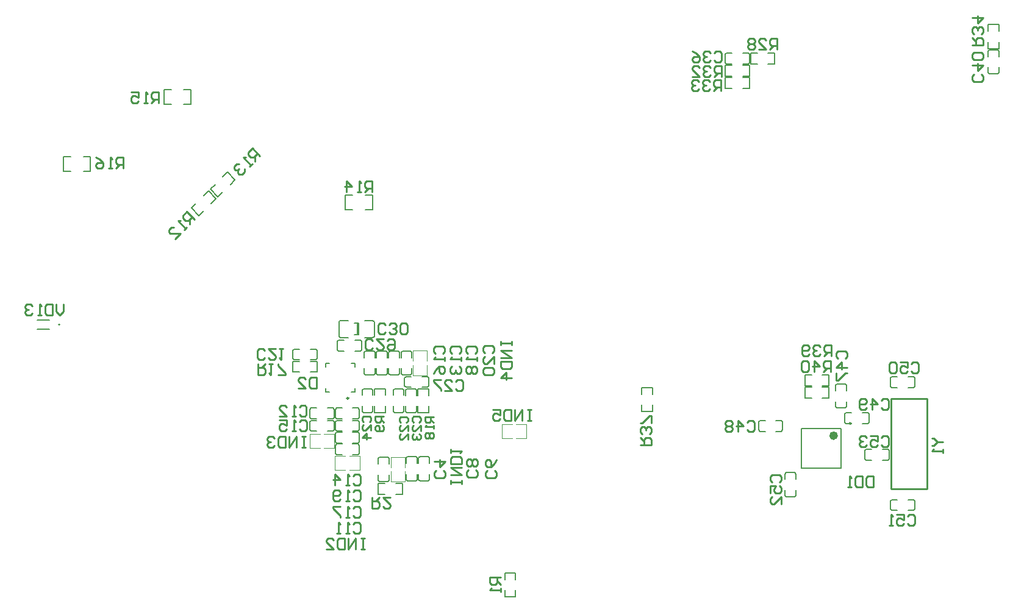
<source format=gbo>
G04*
G04 #@! TF.GenerationSoftware,Altium Limited,Altium Designer,19.1.8 (144)*
G04*
G04 Layer_Color=32896*
%FSLAX24Y24*%
%MOIN*%
G70*
G01*
G75*
%ADD10C,0.0100*%
%ADD11C,0.0079*%
%ADD13C,0.0098*%
%ADD14C,0.0050*%
%ADD16C,0.0059*%
%ADD19C,0.0039*%
%ADD123C,0.0236*%
%ADD237C,0.0091*%
D10*
X69783Y26831D02*
Y31752D01*
X71752D01*
Y26831D02*
Y31752D01*
X69783Y26831D02*
X71752D01*
X27815Y44350D02*
Y44950D01*
X27515D01*
X27415Y44850D01*
Y44650D01*
X27515Y44550D01*
X27815D01*
X27615D02*
X27415Y44350D01*
X27215D02*
X27015D01*
X27115D01*
Y44950D01*
X27215Y44850D01*
X26315Y44950D02*
X26515Y44850D01*
X26715Y44650D01*
Y44450D01*
X26615Y44350D01*
X26415D01*
X26315Y44450D01*
Y44550D01*
X26415Y44650D01*
X26715D01*
X29774Y47933D02*
Y48533D01*
X29474D01*
X29374Y48433D01*
Y48233D01*
X29474Y48133D01*
X29774D01*
X29574D02*
X29374Y47933D01*
X29174D02*
X28974D01*
X29074D01*
Y48533D01*
X29174Y48433D01*
X28274Y48533D02*
X28674D01*
Y48233D01*
X28474Y48333D01*
X28374D01*
X28274Y48233D01*
Y48033D01*
X28374Y47933D01*
X28574D01*
X28674Y48033D01*
X41427Y43051D02*
Y43651D01*
X41127D01*
X41027Y43551D01*
Y43351D01*
X41127Y43251D01*
X41427D01*
X41227D02*
X41027Y43051D01*
X40827D02*
X40627D01*
X40727D01*
Y43651D01*
X40827Y43551D01*
X40028Y43051D02*
Y43651D01*
X40328Y43351D01*
X39928D01*
X48455Y21988D02*
X47855D01*
Y21688D01*
X47955Y21588D01*
X48155D01*
X48255Y21688D01*
Y21988D01*
Y21788D02*
X48455Y21588D01*
Y21388D02*
Y21188D01*
Y21288D01*
X47855D01*
X47955Y21388D01*
X66506Y33238D02*
Y33838D01*
X66206D01*
X66106Y33738D01*
Y33538D01*
X66206Y33438D01*
X66506D01*
X66306D02*
X66106Y33238D01*
X65606D02*
Y33838D01*
X65906Y33538D01*
X65506D01*
X65306Y33738D02*
X65206Y33838D01*
X65006D01*
X64906Y33738D01*
Y33338D01*
X65006Y33238D01*
X65206D01*
X65306Y33338D01*
Y33738D01*
X72028Y29587D02*
X72128D01*
X72328Y29387D01*
X72128Y29187D01*
X72028D01*
X72328Y29387D02*
X72628D01*
Y28987D02*
Y28787D01*
Y28887D01*
X72028D01*
X72128Y28987D01*
X24577Y36909D02*
Y36509D01*
X24377Y36309D01*
X24177Y36509D01*
Y36909D01*
X23977D02*
Y36309D01*
X23677D01*
X23577Y36409D01*
Y36809D01*
X23677Y36909D01*
X23977D01*
X23377Y36309D02*
X23177D01*
X23277D01*
Y36909D01*
X23377Y36809D01*
X22877D02*
X22777Y36909D01*
X22577D01*
X22477Y36809D01*
Y36709D01*
X22577Y36609D01*
X22677D01*
X22577D01*
X22477Y36509D01*
Y36409D01*
X22577Y36309D01*
X22777D01*
X22877Y36409D01*
X66526Y34075D02*
Y34675D01*
X66226D01*
X66126Y34575D01*
Y34375D01*
X66226Y34275D01*
X66526D01*
X66326D02*
X66126Y34075D01*
X65926Y34575D02*
X65826Y34675D01*
X65626D01*
X65526Y34575D01*
Y34475D01*
X65626Y34375D01*
X65726D01*
X65626D01*
X65526Y34275D01*
Y34175D01*
X65626Y34075D01*
X65826D01*
X65926Y34175D01*
X65326D02*
X65226Y34075D01*
X65026D01*
X64926Y34175D01*
Y34575D01*
X65026Y34675D01*
X65226D01*
X65326Y34575D01*
Y34475D01*
X65226Y34375D01*
X64926D01*
X56102Y29232D02*
X56702D01*
Y29532D01*
X56602Y29632D01*
X56402D01*
X56302Y29532D01*
Y29232D01*
Y29432D02*
X56102Y29632D01*
X56602Y29832D02*
X56702Y29932D01*
Y30132D01*
X56602Y30232D01*
X56502D01*
X56402Y30132D01*
Y30032D01*
Y30132D01*
X56302Y30232D01*
X56202D01*
X56102Y30132D01*
Y29932D01*
X56202Y29832D01*
X56702Y30432D02*
Y30832D01*
X56602D01*
X56202Y30432D01*
X56102D01*
X74242Y51102D02*
X74842D01*
Y51402D01*
X74742Y51502D01*
X74542D01*
X74442Y51402D01*
Y51102D01*
Y51302D02*
X74242Y51502D01*
X74742Y51702D02*
X74842Y51802D01*
Y52002D01*
X74742Y52102D01*
X74642D01*
X74542Y52002D01*
Y51902D01*
Y52002D01*
X74442Y52102D01*
X74342D01*
X74242Y52002D01*
Y51802D01*
X74342Y51702D01*
X74242Y52602D02*
X74842D01*
X74542Y52302D01*
Y52702D01*
X60492Y48573D02*
Y49173D01*
X60192D01*
X60092Y49073D01*
Y48873D01*
X60192Y48773D01*
X60492D01*
X60292D02*
X60092Y48573D01*
X59892Y49073D02*
X59792Y49173D01*
X59592D01*
X59492Y49073D01*
Y48973D01*
X59592Y48873D01*
X59692D01*
X59592D01*
X59492Y48773D01*
Y48673D01*
X59592Y48573D01*
X59792D01*
X59892Y48673D01*
X59293Y49073D02*
X59193Y49173D01*
X58993D01*
X58893Y49073D01*
Y48973D01*
X58993Y48873D01*
X59093D01*
X58993D01*
X58893Y48773D01*
Y48673D01*
X58993Y48573D01*
X59193D01*
X59293Y48673D01*
X60512Y49360D02*
Y49960D01*
X60212D01*
X60112Y49860D01*
Y49660D01*
X60212Y49560D01*
X60512D01*
X60312D02*
X60112Y49360D01*
X59912Y49860D02*
X59812Y49960D01*
X59612D01*
X59512Y49860D01*
Y49760D01*
X59612Y49660D01*
X59712D01*
X59612D01*
X59512Y49560D01*
Y49460D01*
X59612Y49360D01*
X59812D01*
X59912Y49460D01*
X58912Y49360D02*
X59312D01*
X58912Y49760D01*
Y49860D01*
X59012Y49960D01*
X59212D01*
X59312Y49860D01*
X63553Y50866D02*
Y51466D01*
X63253D01*
X63153Y51366D01*
Y51166D01*
X63253Y51066D01*
X63553D01*
X63353D02*
X63153Y50866D01*
X62553D02*
X62953D01*
X62553Y51266D01*
Y51366D01*
X62653Y51466D01*
X62853D01*
X62953Y51366D01*
X62354D02*
X62254Y51466D01*
X62054D01*
X61954Y51366D01*
Y51266D01*
X62054Y51166D01*
X61954Y51066D01*
Y50966D01*
X62054Y50866D01*
X62254D01*
X62354Y50966D01*
Y51066D01*
X62254Y51166D01*
X62354Y51266D01*
Y51366D01*
X62254Y51166D02*
X62054D01*
X35305Y45020D02*
X34881Y45444D01*
X34669Y45232D01*
Y45090D01*
X34810Y44949D01*
X34952D01*
X35164Y45161D01*
X35022Y45020D02*
Y44737D01*
X34881Y44596D02*
X34740Y44454D01*
X34810Y44525D01*
X34386Y44949D01*
X34528D01*
X34174Y44596D02*
X34033D01*
X33891Y44454D01*
Y44313D01*
X33962Y44242D01*
X34103D01*
X34174Y44313D01*
X34103Y44242D01*
Y44101D01*
X34174Y44030D01*
X34315D01*
X34457Y44171D01*
Y44313D01*
X31732Y41555D02*
X31308Y41979D01*
X31096Y41767D01*
Y41626D01*
X31237Y41484D01*
X31379D01*
X31591Y41696D01*
X31450Y41555D02*
Y41272D01*
X31308Y41131D02*
X31167Y40990D01*
X31237Y41060D01*
X30813Y41484D01*
X30955D01*
X30672Y40495D02*
X30955Y40778D01*
X30389D01*
X30319Y40848D01*
Y40990D01*
X30460Y41131D01*
X30601D01*
X35207Y33661D02*
Y33062D01*
X35507D01*
X35607Y33162D01*
Y33362D01*
X35507Y33461D01*
X35207D01*
X35407D02*
X35607Y33661D01*
X35807D02*
X36006D01*
X35906D01*
Y33062D01*
X35807Y33162D01*
X36306Y33062D02*
X36706D01*
Y33162D01*
X36306Y33561D01*
Y33661D01*
X41427Y26348D02*
Y25749D01*
X41727D01*
X41827Y25849D01*
Y26049D01*
X41727Y26148D01*
X41427D01*
X41627D02*
X41827Y26348D01*
X42427D02*
X42027D01*
X42427Y25949D01*
Y25849D01*
X42327Y25749D01*
X42127D01*
X42027Y25849D01*
X50128Y31171D02*
X49928D01*
X50028D01*
Y30571D01*
X50128D01*
X49928D01*
X49628D02*
Y31171D01*
X49228Y30571D01*
Y31171D01*
X49028D02*
Y30571D01*
X48728D01*
X48628Y30671D01*
Y31071D01*
X48728Y31171D01*
X49028D01*
X48029D02*
X48429D01*
Y30871D01*
X48229Y30971D01*
X48129D01*
X48029Y30871D01*
Y30671D01*
X48129Y30571D01*
X48329D01*
X48429Y30671D01*
X48475Y34892D02*
Y34692D01*
Y34792D01*
X49075D01*
Y34892D01*
Y34692D01*
Y34392D02*
X48475D01*
X49075Y33992D01*
X48475D01*
Y33792D02*
X49075D01*
Y33492D01*
X48975Y33392D01*
X48575D01*
X48475Y33492D01*
Y33792D01*
X49075Y32892D02*
X48475D01*
X48775Y33192D01*
Y32792D01*
X37805Y29694D02*
X37605D01*
X37705D01*
Y29094D01*
X37805D01*
X37605D01*
X37305D02*
Y29694D01*
X36905Y29094D01*
Y29694D01*
X36705D02*
Y29094D01*
X36406D01*
X36306Y29194D01*
Y29594D01*
X36406Y29694D01*
X36705D01*
X36106Y29594D02*
X36006Y29694D01*
X35806D01*
X35706Y29594D01*
Y29494D01*
X35806Y29394D01*
X35906D01*
X35806D01*
X35706Y29294D01*
Y29194D01*
X35806Y29094D01*
X36006D01*
X36106Y29194D01*
X41043Y24123D02*
X40843D01*
X40943D01*
Y23524D01*
X41043D01*
X40843D01*
X40543D02*
Y24123D01*
X40144Y23524D01*
Y24123D01*
X39944D02*
Y23524D01*
X39644D01*
X39544Y23624D01*
Y24023D01*
X39644Y24123D01*
X39944D01*
X38944Y23524D02*
X39344D01*
X38944Y23923D01*
Y24023D01*
X39044Y24123D01*
X39244D01*
X39344Y24023D01*
X46318Y27077D02*
Y27277D01*
Y27177D01*
X45718D01*
Y27077D01*
Y27277D01*
Y27577D02*
X46318D01*
X45718Y27976D01*
X46318D01*
Y28176D02*
X45718D01*
Y28476D01*
X45818Y28576D01*
X46218D01*
X46318Y28476D01*
Y28176D01*
X45718Y28776D02*
Y28976D01*
Y28876D01*
X46318D01*
X46218Y28776D01*
X68829Y27529D02*
Y26929D01*
X68529D01*
X68429Y27029D01*
Y27429D01*
X68529Y27529D01*
X68829D01*
X68229D02*
Y26929D01*
X67929D01*
X67829Y27029D01*
Y27429D01*
X67929Y27529D01*
X68229D01*
X67629Y26929D02*
X67429D01*
X67529D01*
Y27529D01*
X67629Y27429D01*
X38396Y32932D02*
Y32333D01*
X38096D01*
X37996Y32433D01*
Y32833D01*
X38096Y32932D01*
X38396D01*
X37396Y32333D02*
X37796D01*
X37396Y32733D01*
Y32833D01*
X37496Y32932D01*
X37696D01*
X37796Y32833D01*
X69265Y29634D02*
X69365Y29734D01*
X69565D01*
X69665Y29634D01*
Y29234D01*
X69565Y29134D01*
X69365D01*
X69265Y29234D01*
X68666Y29734D02*
X69066D01*
Y29434D01*
X68866Y29534D01*
X68766D01*
X68666Y29434D01*
Y29234D01*
X68766Y29134D01*
X68966D01*
X69066Y29234D01*
X68466Y29634D02*
X68366Y29734D01*
X68166D01*
X68066Y29634D01*
Y29534D01*
X68166Y29434D01*
X68266D01*
X68166D01*
X68066Y29334D01*
Y29234D01*
X68166Y29134D01*
X68366D01*
X68466Y29234D01*
X63299Y27179D02*
X63199Y27279D01*
Y27479D01*
X63299Y27579D01*
X63699D01*
X63799Y27479D01*
Y27279D01*
X63699Y27179D01*
X63199Y26579D02*
Y26979D01*
X63499D01*
X63399Y26779D01*
Y26679D01*
X63499Y26579D01*
X63699D01*
X63799Y26679D01*
Y26879D01*
X63699Y26979D01*
X63799Y25979D02*
Y26379D01*
X63399Y25979D01*
X63299D01*
X63199Y26079D01*
Y26279D01*
X63299Y26379D01*
X70693Y25333D02*
X70793Y25432D01*
X70993D01*
X71093Y25333D01*
Y24933D01*
X70993Y24833D01*
X70793D01*
X70693Y24933D01*
X70093Y25432D02*
X70493D01*
Y25133D01*
X70293Y25233D01*
X70193D01*
X70093Y25133D01*
Y24933D01*
X70193Y24833D01*
X70393D01*
X70493Y24933D01*
X69893Y24833D02*
X69693D01*
X69793D01*
Y25432D01*
X69893Y25333D01*
X70899Y33649D02*
X70999Y33749D01*
X71199D01*
X71299Y33649D01*
Y33250D01*
X71199Y33150D01*
X70999D01*
X70899Y33250D01*
X70300Y33749D02*
X70699D01*
Y33450D01*
X70499Y33549D01*
X70399D01*
X70300Y33450D01*
Y33250D01*
X70399Y33150D01*
X70599D01*
X70699Y33250D01*
X70100Y33649D02*
X70000Y33749D01*
X69800D01*
X69700Y33649D01*
Y33250D01*
X69800Y33150D01*
X70000D01*
X70100Y33250D01*
Y33649D01*
X69275Y31642D02*
X69375Y31742D01*
X69575D01*
X69675Y31642D01*
Y31242D01*
X69575Y31142D01*
X69375D01*
X69275Y31242D01*
X68775Y31142D02*
Y31742D01*
X69075Y31442D01*
X68676D01*
X68476Y31242D02*
X68376Y31142D01*
X68176D01*
X68076Y31242D01*
Y31642D01*
X68176Y31742D01*
X68376D01*
X68476Y31642D01*
Y31542D01*
X68376Y31442D01*
X68076D01*
X61933Y30460D02*
X62033Y30560D01*
X62233D01*
X62333Y30460D01*
Y30061D01*
X62233Y29961D01*
X62033D01*
X61933Y30061D01*
X61433Y29961D02*
Y30560D01*
X61733Y30261D01*
X61333D01*
X61133Y30460D02*
X61033Y30560D01*
X60833D01*
X60733Y30460D01*
Y30361D01*
X60833Y30261D01*
X60733Y30161D01*
Y30061D01*
X60833Y29961D01*
X61033D01*
X61133Y30061D01*
Y30161D01*
X61033Y30261D01*
X61133Y30361D01*
Y30460D01*
X61033Y30261D02*
X60833D01*
X66882Y33951D02*
X66782Y34050D01*
Y34250D01*
X66882Y34350D01*
X67282D01*
X67382Y34250D01*
Y34050D01*
X67282Y33951D01*
X67382Y33451D02*
X66782D01*
X67082Y33751D01*
Y33351D01*
X66782Y33151D02*
Y32751D01*
X66882D01*
X67282Y33151D01*
X67382D01*
X74722Y49494D02*
X74822Y49394D01*
Y49194D01*
X74722Y49094D01*
X74322D01*
X74222Y49194D01*
Y49394D01*
X74322Y49494D01*
X74222Y49994D02*
X74822D01*
X74522Y49694D01*
Y50094D01*
X74722Y50294D02*
X74822Y50394D01*
Y50594D01*
X74722Y50694D01*
X74322D01*
X74222Y50594D01*
Y50394D01*
X74322Y50294D01*
X74722D01*
X60122Y50657D02*
X60222Y50757D01*
X60422D01*
X60522Y50657D01*
Y50257D01*
X60422Y50157D01*
X60222D01*
X60122Y50257D01*
X59922Y50657D02*
X59822Y50757D01*
X59622D01*
X59522Y50657D01*
Y50557D01*
X59622Y50457D01*
X59722D01*
X59622D01*
X59522Y50357D01*
Y50257D01*
X59622Y50157D01*
X59822D01*
X59922Y50257D01*
X58922Y50757D02*
X59122Y50657D01*
X59322Y50457D01*
Y50257D01*
X59222Y50157D01*
X59022D01*
X58922Y50257D01*
Y50357D01*
X59022Y50457D01*
X59322D01*
X42152Y35376D02*
X42052Y35276D01*
X41852D01*
X41752Y35376D01*
Y35776D01*
X41852Y35876D01*
X42052D01*
X42152Y35776D01*
X42352Y35376D02*
X42452Y35276D01*
X42652D01*
X42752Y35376D01*
Y35476D01*
X42652Y35576D01*
X42552D01*
X42652D01*
X42752Y35676D01*
Y35776D01*
X42652Y35876D01*
X42452D01*
X42352Y35776D01*
X42952Y35376D02*
X43052Y35276D01*
X43251D01*
X43351Y35376D01*
Y35776D01*
X43251Y35876D01*
X43052D01*
X42952Y35776D01*
Y35376D01*
X41453Y34530D02*
X41353Y34430D01*
X41153D01*
X41053Y34530D01*
Y34930D01*
X41153Y35030D01*
X41353D01*
X41453Y34930D01*
X42053Y35030D02*
X41653D01*
X42053Y34630D01*
Y34530D01*
X41953Y34430D01*
X41753D01*
X41653Y34530D01*
X42253Y34930D02*
X42353Y35030D01*
X42553D01*
X42653Y34930D01*
Y34530D01*
X42553Y34430D01*
X42353D01*
X42253Y34530D01*
Y34630D01*
X42353Y34730D01*
X42653D01*
X45978Y32705D02*
X46078Y32805D01*
X46278D01*
X46378Y32705D01*
Y32305D01*
X46278Y32205D01*
X46078D01*
X45978Y32305D01*
X45378Y32205D02*
X45778D01*
X45378Y32605D01*
Y32705D01*
X45478Y32805D01*
X45678D01*
X45778Y32705D01*
X45178Y32805D02*
X44778D01*
Y32705D01*
X45178Y32305D01*
Y32205D01*
X35557Y33988D02*
X35457Y33888D01*
X35257D01*
X35157Y33988D01*
Y34388D01*
X35257Y34488D01*
X35457D01*
X35557Y34388D01*
X36157Y34488D02*
X35757D01*
X36157Y34088D01*
Y33988D01*
X36057Y33888D01*
X35857D01*
X35757Y33988D01*
X36357Y34488D02*
X36557D01*
X36457D01*
Y33888D01*
X36357Y33988D01*
X47591Y34246D02*
X47491Y34346D01*
Y34546D01*
X47591Y34646D01*
X47991D01*
X48091Y34546D01*
Y34346D01*
X47991Y34246D01*
X48091Y33646D02*
Y34046D01*
X47691Y33646D01*
X47591D01*
X47491Y33746D01*
Y33946D01*
X47591Y34046D01*
Y33446D02*
X47491Y33346D01*
Y33146D01*
X47591Y33046D01*
X47991D01*
X48091Y33146D01*
Y33346D01*
X47991Y33446D01*
X47591D01*
X40397Y26661D02*
X40497Y26761D01*
X40697D01*
X40797Y26661D01*
Y26261D01*
X40697Y26161D01*
X40497D01*
X40397Y26261D01*
X40197Y26161D02*
X39997D01*
X40097D01*
Y26761D01*
X40197Y26661D01*
X39698Y26261D02*
X39598Y26161D01*
X39398D01*
X39298Y26261D01*
Y26661D01*
X39398Y26761D01*
X39598D01*
X39698Y26661D01*
Y26561D01*
X39598Y26461D01*
X39298D01*
X46675Y34236D02*
X46575Y34336D01*
Y34536D01*
X46675Y34636D01*
X47075D01*
X47175Y34536D01*
Y34336D01*
X47075Y34236D01*
X47175Y34036D02*
Y33836D01*
Y33936D01*
X46575D01*
X46675Y34036D01*
Y33536D02*
X46575Y33436D01*
Y33236D01*
X46675Y33136D01*
X46775D01*
X46875Y33236D01*
X46975Y33136D01*
X47075D01*
X47175Y33236D01*
Y33436D01*
X47075Y33536D01*
X46975D01*
X46875Y33436D01*
X46775Y33536D01*
X46675D01*
X46875Y33436D02*
Y33236D01*
X40397Y25766D02*
X40497Y25866D01*
X40697D01*
X40797Y25766D01*
Y25366D01*
X40697Y25266D01*
X40497D01*
X40397Y25366D01*
X40197Y25266D02*
X39997D01*
X40097D01*
Y25866D01*
X40197Y25766D01*
X39698Y25866D02*
X39298D01*
Y25766D01*
X39698Y25366D01*
Y25266D01*
X44904Y34236D02*
X44804Y34336D01*
Y34536D01*
X44904Y34636D01*
X45304D01*
X45404Y34536D01*
Y34336D01*
X45304Y34236D01*
X45404Y34036D02*
Y33836D01*
Y33936D01*
X44804D01*
X44904Y34036D01*
X44804Y33136D02*
X44904Y33336D01*
X45104Y33536D01*
X45304D01*
X45404Y33436D01*
Y33236D01*
X45304Y33136D01*
X45204D01*
X45104Y33236D01*
Y33536D01*
X37454Y30480D02*
X37554Y30580D01*
X37754D01*
X37854Y30480D01*
Y30080D01*
X37754Y29980D01*
X37554D01*
X37454Y30080D01*
X37255Y29980D02*
X37055D01*
X37155D01*
Y30580D01*
X37255Y30480D01*
X36355Y30580D02*
X36755D01*
Y30280D01*
X36555Y30380D01*
X36455D01*
X36355Y30280D01*
Y30080D01*
X36455Y29980D01*
X36655D01*
X36755Y30080D01*
X40397Y27508D02*
X40497Y27608D01*
X40697D01*
X40797Y27508D01*
Y27108D01*
X40697Y27008D01*
X40497D01*
X40397Y27108D01*
X40197Y27008D02*
X39997D01*
X40097D01*
Y27608D01*
X40197Y27508D01*
X39398Y27008D02*
Y27608D01*
X39698Y27308D01*
X39298D01*
X45780Y34236D02*
X45680Y34336D01*
Y34536D01*
X45780Y34636D01*
X46180D01*
X46280Y34536D01*
Y34336D01*
X46180Y34236D01*
X46280Y34036D02*
Y33836D01*
Y33936D01*
X45680D01*
X45780Y34036D01*
Y33536D02*
X45680Y33436D01*
Y33236D01*
X45780Y33136D01*
X45880D01*
X45980Y33236D01*
Y33336D01*
Y33236D01*
X46080Y33136D01*
X46180D01*
X46280Y33236D01*
Y33436D01*
X46180Y33536D01*
X37445Y31297D02*
X37545Y31397D01*
X37745D01*
X37844Y31297D01*
Y30897D01*
X37745Y30797D01*
X37545D01*
X37445Y30897D01*
X37245Y30797D02*
X37045D01*
X37145D01*
Y31397D01*
X37245Y31297D01*
X36345Y30797D02*
X36745D01*
X36345Y31197D01*
Y31297D01*
X36445Y31397D01*
X36645D01*
X36745Y31297D01*
X40397Y24899D02*
X40497Y24999D01*
X40697D01*
X40797Y24899D01*
Y24500D01*
X40697Y24400D01*
X40497D01*
X40397Y24500D01*
X40197Y24400D02*
X39997D01*
X40097D01*
Y24999D01*
X40197Y24899D01*
X39698Y24400D02*
X39498D01*
X39598D01*
Y24999D01*
X39698Y24899D01*
X45323Y27821D02*
X45423Y27721D01*
Y27521D01*
X45323Y27421D01*
X44923D01*
X44823Y27521D01*
Y27721D01*
X44923Y27821D01*
X44823Y28321D02*
X45423D01*
X45123Y28021D01*
Y28421D01*
X47084Y27851D02*
X47184Y27751D01*
Y27551D01*
X47084Y27451D01*
X46685D01*
X46585Y27551D01*
Y27751D01*
X46685Y27851D01*
X47084Y28051D02*
X47184Y28151D01*
Y28351D01*
X47084Y28450D01*
X46985D01*
X46885Y28351D01*
X46785Y28450D01*
X46685D01*
X46585Y28351D01*
Y28151D01*
X46685Y28051D01*
X46785D01*
X46885Y28151D01*
X46985Y28051D01*
X47084D01*
X46885Y28151D02*
Y28351D01*
X48118Y27821D02*
X48218Y27721D01*
Y27521D01*
X48118Y27421D01*
X47718D01*
X47618Y27521D01*
Y27721D01*
X47718Y27821D01*
X48218Y28421D02*
X48118Y28221D01*
X47918Y28021D01*
X47718D01*
X47618Y28121D01*
Y28321D01*
X47718Y28421D01*
X47818D01*
X47918Y28321D01*
Y28021D01*
D11*
X24360Y35807D02*
G03*
X24360Y35807I-39J0D01*
G01*
X40283Y32114D02*
X40480D01*
Y32311D01*
X38905Y32114D02*
X39102D01*
X38905D02*
Y32311D01*
X40283Y33689D02*
X40480D01*
Y33492D02*
Y33689D01*
X38905D02*
X39102D01*
X38905Y33492D02*
Y33689D01*
X64882Y27963D02*
X67047D01*
X64882Y30128D02*
X67047D01*
X64882Y27963D02*
Y30128D01*
X67047Y27963D02*
Y30128D01*
X40463Y35876D02*
X40699D01*
X40463Y35246D02*
X40699D01*
Y35876D01*
X40624Y35246D02*
Y35876D01*
D13*
X40146Y31777D02*
G03*
X40146Y31777I-49J0D01*
G01*
X67608Y30403D02*
G03*
X67608Y30403I-49J0D01*
G01*
D14*
X23131Y35563D02*
X23779D01*
X23131Y36051D02*
X23779D01*
D16*
X49272Y21870D02*
Y22234D01*
X48681D02*
X49272D01*
X48681Y21870D02*
Y22234D01*
X49272Y20915D02*
Y21280D01*
X48681Y20915D02*
X49272D01*
X48681D02*
Y21280D01*
X40778Y34941D02*
X40846Y34872D01*
X40482Y34941D02*
X40778D01*
X40846Y34419D02*
Y34872D01*
X40778Y34350D02*
X40846Y34419D01*
X40482Y34350D02*
X40778D01*
X39596Y34941D02*
X39892D01*
X39528Y34872D02*
X39596Y34941D01*
X39528Y34419D02*
Y34872D01*
Y34419D02*
X39596Y34350D01*
X39892D01*
X42195Y33041D02*
X42264Y33110D01*
Y33406D01*
X41742Y33041D02*
X42195D01*
X41673Y33110D02*
X41742Y33041D01*
X41673Y33110D02*
Y33406D01*
X42264Y33996D02*
Y34291D01*
X42195Y34360D02*
X42264Y34291D01*
X41742Y34360D02*
X42195D01*
X41673Y34291D02*
X41742Y34360D01*
X41673Y33996D02*
Y34291D01*
X42864Y33041D02*
X42933Y33110D01*
Y33406D01*
X42411Y33041D02*
X42864D01*
X42343Y33110D02*
X42411Y33041D01*
X42343Y33110D02*
Y33406D01*
X42933Y33996D02*
Y34291D01*
X42864Y34360D02*
X42933Y34291D01*
X42411Y34360D02*
X42864D01*
X42343Y34291D02*
X42411Y34360D01*
X42343Y33996D02*
Y34291D01*
X42146Y31939D02*
Y32303D01*
X41555D02*
X42146D01*
X41555Y31939D02*
Y32303D01*
X42146Y30984D02*
Y31348D01*
X41555Y30984D02*
X42146D01*
X41555D02*
Y31348D01*
X39291Y31240D02*
X39360Y31171D01*
X38996Y31240D02*
X39291D01*
X39360Y30719D02*
Y31171D01*
X39291Y30650D02*
X39360Y30719D01*
X38996Y30650D02*
X39291D01*
X38110Y31240D02*
X38406D01*
X38041Y31171D02*
X38110Y31240D01*
X38041Y30719D02*
Y31171D01*
Y30719D02*
X38110Y30650D01*
X38406D01*
X39419Y30049D02*
X39488Y29980D01*
X39783D01*
X39419Y30049D02*
Y30502D01*
X39488Y30571D01*
X39783D01*
X40374Y29980D02*
X40669D01*
X40738Y30049D01*
Y30502D01*
X40669Y30571D02*
X40738Y30502D01*
X40374Y30571D02*
X40669D01*
X39419Y29390D02*
X39488Y29321D01*
X39783D01*
X39419Y29390D02*
Y29843D01*
X39488Y29911D01*
X39783D01*
X40374Y29321D02*
X40669D01*
X40738Y29390D01*
Y29843D01*
X40669Y29911D02*
X40738Y29843D01*
X40374Y29911D02*
X40669D01*
X67283Y31240D02*
X67352Y31309D01*
Y31604D01*
X66831Y31240D02*
X67283D01*
X66762Y31309D02*
X66831Y31240D01*
X66762Y31309D02*
Y31604D01*
X67352Y32195D02*
Y32490D01*
X67283Y32559D02*
X67352Y32490D01*
X66831Y32559D02*
X67283D01*
X66762Y32490D02*
X66831Y32559D01*
X66762Y32195D02*
Y32490D01*
X65089Y32382D02*
X65453D01*
X65089Y31791D02*
Y32382D01*
Y31791D02*
X65453D01*
X66043Y32382D02*
X66407D01*
Y31791D02*
Y32382D01*
X66043Y31791D02*
X66407D01*
X66043Y32461D02*
X66407D01*
Y33051D01*
X66043D02*
X66407D01*
X65089Y32461D02*
X65453D01*
X65089D02*
Y33051D01*
X65453D01*
X63799Y30561D02*
X63868Y30492D01*
X63504Y30561D02*
X63799D01*
X63868Y30039D02*
Y30492D01*
X63799Y29970D02*
X63868Y30039D01*
X63504Y29970D02*
X63799D01*
X62618Y30561D02*
X62913D01*
X62549Y30492D02*
X62618Y30561D01*
X62549Y30039D02*
Y30492D01*
Y30039D02*
X62618Y29970D01*
X62913D01*
X63996Y27638D02*
X64065Y27707D01*
X63996Y27343D02*
Y27638D01*
X64065Y27707D02*
X64518D01*
X64587Y27638D01*
Y27343D02*
Y27638D01*
X63996Y26457D02*
Y26752D01*
Y26457D02*
X64065Y26388D01*
X64518D01*
X64587Y26457D01*
Y26752D01*
X67274Y30463D02*
X67343Y30394D01*
X67638D01*
X67274Y30463D02*
Y30915D01*
X67343Y30984D01*
X67638D01*
X68228Y30394D02*
X68524D01*
X68593Y30463D01*
Y30915D01*
X68524Y30984D02*
X68593Y30915D01*
X68228Y30984D02*
X68524D01*
X68366Y28465D02*
X68435Y28396D01*
X68730D01*
X68366Y28465D02*
Y28917D01*
X68435Y28986D01*
X68730D01*
X69321Y28396D02*
X69616D01*
X69685Y28465D01*
Y28917D01*
X69616Y28986D02*
X69685Y28917D01*
X69321Y28986D02*
X69616D01*
X69774Y25709D02*
X69843Y25640D01*
X70138D01*
X69774Y25709D02*
Y26161D01*
X69843Y26230D01*
X70138D01*
X70728Y25640D02*
X71024D01*
X71093Y25709D01*
Y26161D01*
X71024Y26230D02*
X71093Y26161D01*
X70728Y26230D02*
X71024D01*
X69774Y32421D02*
X69843Y32352D01*
X70138D01*
X69774Y32421D02*
Y32874D01*
X69843Y32943D01*
X70138D01*
X70728Y32352D02*
X71024D01*
X71093Y32421D01*
Y32874D01*
X71024Y32943D02*
X71093Y32874D01*
X70728Y32943D02*
X71024D01*
X62116Y50650D02*
X62480D01*
X62116Y50059D02*
Y50650D01*
Y50059D02*
X62480D01*
X63071Y50650D02*
X63435D01*
Y50059D02*
Y50650D01*
X63071Y50059D02*
X63435D01*
X60738Y50128D02*
X60807Y50059D01*
X61102D01*
X60738Y50128D02*
Y50581D01*
X60807Y50650D01*
X61102D01*
X61693Y50059D02*
X61988D01*
X62057Y50128D01*
Y50581D01*
X61988Y50650D02*
X62057Y50581D01*
X61693Y50650D02*
X61988D01*
X60738Y49980D02*
X61102D01*
X60738Y49390D02*
Y49980D01*
Y49390D02*
X61102D01*
X61693Y49980D02*
X62057D01*
Y49390D02*
Y49980D01*
X61693Y49390D02*
X62057D01*
X61693Y48720D02*
X62057D01*
Y49311D01*
X61693D02*
X62057D01*
X60738Y48720D02*
X61102D01*
X60738D02*
Y49311D01*
X61102D01*
X25650Y44980D02*
X26043D01*
X25650Y44193D02*
X26043D01*
Y44980D01*
X24567Y44193D02*
Y44980D01*
X24961D01*
X24567Y44193D02*
X24961D01*
X30059Y47854D02*
X30453D01*
X30059Y48642D02*
X30453D01*
X30059Y47854D02*
Y48642D01*
X31535Y47854D02*
Y48642D01*
X31142Y47854D02*
X31535D01*
X31142Y48642D02*
X31535D01*
X32593Y43207D02*
X32850Y43465D01*
X32593Y43207D02*
X33010Y42789D01*
X33268Y43047D01*
Y43882D02*
X33525Y44140D01*
X33943Y43722D01*
X33685Y43465D02*
X33943Y43722D01*
X41053Y42874D02*
X41447D01*
X41053Y42087D02*
X41447D01*
Y42874D01*
X39970Y42087D02*
Y42874D01*
X40364D01*
X39970Y42087D02*
X40364D01*
X43976Y28219D02*
Y28514D01*
X44045Y28583D01*
X44498D01*
X44567Y28514D01*
Y28219D02*
Y28514D01*
X43976Y27333D02*
Y27628D01*
Y27333D02*
X44045Y27264D01*
X44498D01*
X44567Y27333D02*
Y27628D01*
X44498Y27264D02*
X44567Y27333D01*
X43898D02*
Y27628D01*
X43829Y27264D02*
X43898Y27333D01*
X43376Y27264D02*
X43829D01*
X43307Y27333D02*
X43376Y27264D01*
X43307Y27333D02*
Y27628D01*
X43898Y28219D02*
Y28514D01*
X43829Y28583D02*
X43898Y28514D01*
X43376Y28583D02*
X43829D01*
X43307Y28219D02*
Y28514D01*
X43376Y28583D01*
X41772Y28179D02*
Y28474D01*
X41841Y28543D01*
X42293D01*
X42362Y28474D01*
Y28179D02*
Y28474D01*
X41772Y27293D02*
Y27589D01*
Y27293D02*
X41841Y27224D01*
X42293D01*
X42362Y27293D02*
Y27589D01*
X42293Y27224D02*
X42362Y27293D01*
X40374Y29272D02*
X40669D01*
X40738Y29203D01*
Y28750D02*
Y29203D01*
X40669Y28681D02*
X40738Y28750D01*
X40374Y28681D02*
X40669D01*
X39488Y29272D02*
X39783D01*
X39419Y29203D02*
X39488Y29272D01*
X39419Y28750D02*
Y29203D01*
X39488Y28681D02*
X39783D01*
X39419Y28750D02*
X39488Y28681D01*
X40374Y31240D02*
X40669D01*
X40738Y31171D01*
Y30719D02*
Y31171D01*
X40669Y30650D02*
X40738Y30719D01*
X40374Y30650D02*
X40669D01*
X39488Y31240D02*
X39783D01*
X39419Y31171D02*
X39488Y31240D01*
X39419Y30719D02*
Y31171D01*
X39488Y30650D02*
X39783D01*
X39419Y30719D02*
X39488Y30650D01*
X38110Y29980D02*
X38406D01*
X38041Y30049D02*
X38110Y29980D01*
X38041Y30049D02*
Y30502D01*
X38110Y30571D01*
X38406D01*
X38996Y29980D02*
X39291D01*
X39360Y30049D01*
Y30502D01*
X38996Y30571D02*
X39291D01*
X39360Y30502D01*
X41004Y33996D02*
Y34291D01*
X41073Y34360D01*
X41526D01*
X41594Y34291D01*
Y33996D02*
Y34291D01*
X41004Y33110D02*
Y33406D01*
Y33110D02*
X41073Y33041D01*
X41526D01*
X41594Y33110D02*
Y33406D01*
X41526Y33041D02*
X41594Y33110D01*
X43012Y33996D02*
Y34291D01*
X43081Y34360D01*
X43533D01*
X43602Y34291D01*
Y33996D02*
Y34291D01*
X43012Y33110D02*
Y33406D01*
Y33110D02*
X43081Y33041D01*
X43533D01*
X43602Y33110D02*
Y33406D01*
X43533Y33041D02*
X43602Y33110D01*
X37096Y33947D02*
X37165Y33878D01*
X37461D01*
X37096Y33947D02*
Y34400D01*
X37165Y34469D01*
X37461D01*
X38051Y33878D02*
X38346D01*
X38415Y33947D01*
Y34400D01*
X38346Y34469D02*
X38415Y34400D01*
X38051Y34469D02*
X38346D01*
X40886Y31939D02*
Y32234D01*
X40955Y32303D01*
X41407D01*
X41476Y32234D01*
Y31939D02*
Y32234D01*
X40886Y31053D02*
Y31348D01*
Y31053D02*
X40955Y30984D01*
X41407D01*
X41476Y31053D02*
Y31348D01*
X41407Y30984D02*
X41476Y31053D01*
X42579Y31939D02*
Y32234D01*
X42648Y32303D01*
X43100D01*
X43169Y32234D01*
Y31939D02*
Y32234D01*
X42579Y31053D02*
Y31348D01*
Y31053D02*
X42648Y30984D01*
X43100D01*
X43169Y31053D02*
Y31348D01*
X43100Y30984D02*
X43169Y31053D01*
X43258Y31929D02*
Y32224D01*
X43327Y32293D01*
X43780D01*
X43848Y32224D01*
Y31929D02*
Y32224D01*
X43258Y31043D02*
Y31339D01*
Y31043D02*
X43327Y30974D01*
X43780D01*
X43848Y31043D02*
Y31339D01*
X43780Y30974D02*
X43848Y31043D01*
X43278Y32372D02*
X43573D01*
X43209Y32441D02*
X43278Y32372D01*
X43209Y32441D02*
Y32894D01*
X43278Y32963D01*
X43573D01*
X44163Y32372D02*
X44459D01*
X44528Y32441D01*
Y32894D01*
X44163Y32963D02*
X44459D01*
X44528Y32894D01*
X39616Y35167D02*
Y35965D01*
Y35167D02*
X39685Y35098D01*
X40138D01*
X39616Y35965D02*
X39675Y36024D01*
X40138D01*
X41545Y35167D02*
Y35955D01*
X41476Y35098D02*
X41545Y35167D01*
X41024Y35098D02*
X41476D01*
X41476Y36024D02*
X41545Y35955D01*
X41024Y36024D02*
X41476D01*
X75108Y50463D02*
Y50758D01*
X75177Y50827D01*
X75630D01*
X75699Y50758D01*
Y50463D02*
Y50758D01*
X75108Y49577D02*
Y49872D01*
Y49577D02*
X75177Y49508D01*
X75630D01*
X75699Y49577D02*
Y49872D01*
X75630Y49508D02*
X75699Y49577D01*
X42717Y26526D02*
X43081D01*
Y27116D01*
X42717D02*
X43081D01*
X41762Y26526D02*
X42126D01*
X41762D02*
Y27116D01*
X42126D01*
X38051Y33209D02*
X38415D01*
Y33799D01*
X38051D02*
X38415D01*
X37096Y33209D02*
X37461D01*
X37096D02*
Y33799D01*
X37461D01*
X31549Y42174D02*
X31807Y42431D01*
X31549Y42174D02*
X31967Y41756D01*
X32224Y42014D01*
Y42849D02*
X32482Y43106D01*
X32899Y42689D01*
X32642Y42431D02*
X32899Y42689D01*
X44518Y31929D02*
Y32293D01*
X43927D02*
X44518D01*
X43927Y31929D02*
Y32293D01*
X44518Y30974D02*
Y31339D01*
X43927Y30974D02*
X44518D01*
X43927D02*
Y31339D01*
X75699Y51850D02*
Y52215D01*
X75108D02*
X75699D01*
X75108Y51850D02*
Y52215D01*
X75699Y50896D02*
Y51260D01*
X75108Y50896D02*
X75699D01*
X75108D02*
Y51260D01*
X56752Y31998D02*
Y32362D01*
X56161D02*
X56752D01*
X56161Y31998D02*
Y32362D01*
X56752Y31043D02*
Y31407D01*
X56161Y31043D02*
X56752D01*
X56161D02*
Y31407D01*
D19*
X43668Y33028D02*
X44442D01*
Y33596D01*
X43668Y33028D02*
Y33596D01*
X44442Y33806D02*
Y34373D01*
X43668D02*
X44442D01*
X43668Y33806D02*
Y34373D01*
X39373Y29062D02*
Y29836D01*
X38806D02*
X39373D01*
X38806Y29062D02*
X39373D01*
X38028Y29836D02*
X38596D01*
X38028Y29062D02*
Y29836D01*
Y29062D02*
X38596D01*
X39406Y27841D02*
Y28615D01*
Y27841D02*
X39974D01*
X39406Y28615D02*
X39974D01*
X40184Y27841D02*
X40751D01*
Y28615D01*
X40184D02*
X40751D01*
X48511Y29593D02*
Y30367D01*
Y29593D02*
X49078D01*
X48511Y30367D02*
X49078D01*
X49288Y29593D02*
X49855D01*
Y30367D01*
X49288D02*
X49855D01*
X42467Y27989D02*
Y28556D01*
X43241D01*
Y27989D02*
Y28556D01*
X42467Y27211D02*
Y27779D01*
X43241Y27211D02*
Y27779D01*
X42467Y27211D02*
X43241D01*
D123*
X66772Y29734D02*
G03*
X66772Y29734I-118J0D01*
G01*
D237*
X42077Y30778D02*
X41604D01*
Y30541D01*
X41683Y30463D01*
X41841D01*
X41919Y30541D01*
Y30778D01*
Y30620D02*
X42077Y30463D01*
X41998Y30305D02*
X42077Y30227D01*
Y30069D01*
X41998Y29990D01*
X41683D01*
X41604Y30069D01*
Y30227D01*
X41683Y30305D01*
X41762D01*
X41841Y30227D01*
Y29990D01*
X44793Y30758D02*
X44321D01*
Y30522D01*
X44400Y30443D01*
X44557D01*
X44636Y30522D01*
Y30758D01*
Y30600D02*
X44793Y30443D01*
Y30286D02*
Y30128D01*
Y30207D01*
X44321D01*
X44400Y30286D01*
Y29892D02*
X44321Y29813D01*
Y29656D01*
X44400Y29577D01*
X44478D01*
X44557Y29656D01*
X44636Y29577D01*
X44715D01*
X44793Y29656D01*
Y29813D01*
X44715Y29892D01*
X44636D01*
X44557Y29813D01*
X44478Y29892D01*
X44400D01*
X44557Y29813D02*
Y29656D01*
X43691Y30463D02*
X43612Y30541D01*
Y30699D01*
X43691Y30778D01*
X44006D01*
X44085Y30699D01*
Y30541D01*
X44006Y30463D01*
X44085Y29990D02*
Y30305D01*
X43770Y29990D01*
X43691D01*
X43612Y30069D01*
Y30227D01*
X43691Y30305D01*
Y29833D02*
X43612Y29754D01*
Y29597D01*
X43691Y29518D01*
X43770D01*
X43849Y29597D01*
Y29676D01*
Y29597D01*
X43927Y29518D01*
X44006D01*
X44085Y29597D01*
Y29754D01*
X44006Y29833D01*
X42992Y30453D02*
X42914Y30532D01*
Y30689D01*
X42992Y30768D01*
X43307D01*
X43386Y30689D01*
Y30532D01*
X43307Y30453D01*
X43386Y29981D02*
Y30295D01*
X43071Y29981D01*
X42992D01*
X42914Y30059D01*
Y30217D01*
X42992Y30295D01*
X43386Y29508D02*
Y29823D01*
X43071Y29508D01*
X42992D01*
X42914Y29587D01*
Y29744D01*
X42992Y29823D01*
X40975Y30482D02*
X40896Y30561D01*
Y30719D01*
X40975Y30797D01*
X41289D01*
X41368Y30719D01*
Y30561D01*
X41289Y30482D01*
X41368Y30010D02*
Y30325D01*
X41053Y30010D01*
X40975D01*
X40896Y30089D01*
Y30246D01*
X40975Y30325D01*
X41368Y29617D02*
X40896D01*
X41132Y29853D01*
Y29538D01*
M02*

</source>
